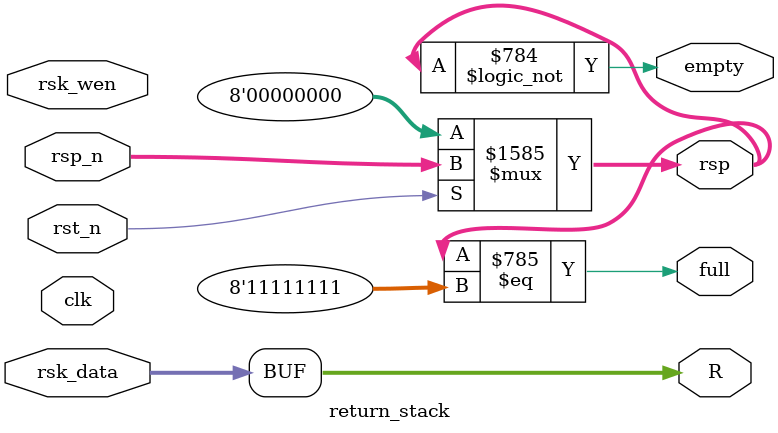
<source format=v>
module return_stack (
    input 					clk		,
    input 					rst_n	,	
	
	input wire [15:0]		rsk_data,
	input wire [7:0]		rsp_n	,
	input wire 				rsk_wen	,
	
	output wire [15:0]       R		,
	output reg [ 7:0]		rsp		,
	output wire 			full	,
	output wire 			empty	
);
    reg [15:0] stack [0:255];


	assign R = rsk_data;  // 当前栈顶地址由 rsp 提供
	
	    // 栈指针控制逻辑
    always @(*) begin
        if (!rst_n)
            rsp <= 6'd0;
        else
            rsp <= rsp_n;  // 下一阶段传入的指针值
    end
	
	integer i;
    always@(posedge clk) 
	begin
		if (!rst_n) begin
        for (i = 0; i < 256; i = i + 1)
            stack[i] <= 16'b0;
    end
		else if (rsk_wen) 
			stack[rsp_n] <= rsk_data;
	end

	assign empty = (rsp == 0);
    assign full = (rsp == 8'd255);
	
endmodule



</source>
